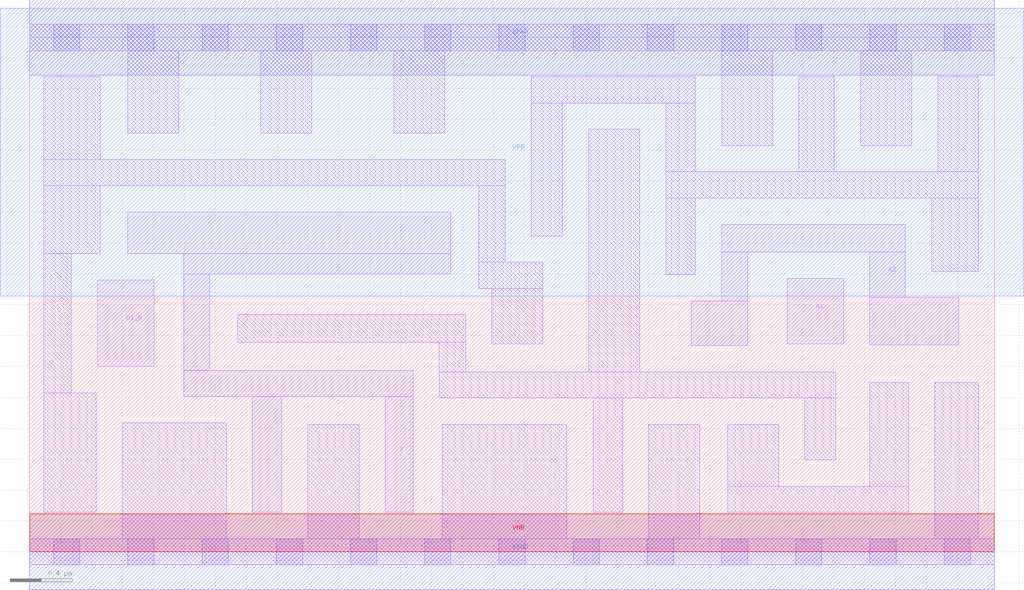
<source format=lef>
# Copyright 2020 The SkyWater PDK Authors
#
# Licensed under the Apache License, Version 2.0 (the "License");
# you may not use this file except in compliance with the License.
# You may obtain a copy of the License at
#
#     https://www.apache.org/licenses/LICENSE-2.0
#
# Unless required by applicable law or agreed to in writing, software
# distributed under the License is distributed on an "AS IS" BASIS,
# WITHOUT WARRANTIES OR CONDITIONS OF ANY KIND, either express or implied.
# See the License for the specific language governing permissions and
# limitations under the License.
#
# SPDX-License-Identifier: Apache-2.0

VERSION 5.7 ;
  NOWIREEXTENSIONATPIN ON ;
  DIVIDERCHAR "/" ;
  BUSBITCHARS "[]" ;
MACRO sky130_fd_sc_lp__a21bo_4
  CLASS CORE ;
  FOREIGN sky130_fd_sc_lp__a21bo_4 ;
  ORIGIN  0.000000  0.000000 ;
  SIZE  6.240000 BY  3.330000 ;
  SYMMETRY X Y R90 ;
  SITE unit ;
  PIN A1
    ANTENNAGATEAREA  0.630000 ;
    DIRECTION INPUT ;
    USE SIGNAL ;
    PORT
      LAYER li1 ;
        RECT 4.900000 1.345000 5.265000 1.770000 ;
    END
  END A1
  PIN A2
    ANTENNAGATEAREA  0.630000 ;
    DIRECTION INPUT ;
    USE SIGNAL ;
    PORT
      LAYER li1 ;
        RECT 4.280000 1.335000 4.645000 1.625000 ;
        RECT 4.475000 1.625000 4.645000 1.940000 ;
        RECT 4.475000 1.940000 5.665000 2.120000 ;
        RECT 5.435000 1.340000 6.010000 1.645000 ;
        RECT 5.435000 1.645000 5.665000 1.940000 ;
    END
  END A2
  PIN B1_N
    ANTENNAGATEAREA  0.315000 ;
    DIRECTION INPUT ;
    USE SIGNAL ;
    PORT
      LAYER li1 ;
        RECT 0.440000 1.200000 0.805000 1.760000 ;
    END
  END B1_N
  PIN X
    ANTENNADIFFAREA  1.184400 ;
    DIRECTION OUTPUT ;
    USE SIGNAL ;
    PORT
      LAYER li1 ;
        RECT 0.635000 1.930000 2.725000 2.200000 ;
        RECT 0.995000 1.005000 2.480000 1.175000 ;
        RECT 0.995000 1.175000 1.165000 1.800000 ;
        RECT 0.995000 1.800000 2.725000 1.930000 ;
        RECT 1.440000 0.255000 1.630000 1.005000 ;
        RECT 2.300000 0.255000 2.480000 1.005000 ;
    END
  END X
  PIN VGND
    DIRECTION INOUT ;
    USE GROUND ;
    PORT
      LAYER met1 ;
        RECT 0.000000 -0.245000 6.240000 0.245000 ;
    END
  END VGND
  PIN VNB
    DIRECTION INOUT ;
    USE GROUND ;
    PORT
      LAYER pwell ;
        RECT 0.000000 0.000000 6.240000 0.245000 ;
    END
  END VNB
  PIN VPB
    DIRECTION INOUT ;
    USE POWER ;
    PORT
      LAYER nwell ;
        RECT -0.190000 1.655000 6.430000 3.520000 ;
    END
  END VPB
  PIN VPWR
    DIRECTION INOUT ;
    USE POWER ;
    PORT
      LAYER met1 ;
        RECT 0.000000 3.085000 6.240000 3.575000 ;
    END
  END VPWR
  OBS
    LAYER li1 ;
      RECT 0.000000 -0.085000 6.240000 0.085000 ;
      RECT 0.000000  3.245000 6.240000 3.415000 ;
      RECT 0.090000  0.255000 0.430000 1.030000 ;
      RECT 0.090000  1.030000 0.270000 1.930000 ;
      RECT 0.090000  1.930000 0.455000 2.370000 ;
      RECT 0.090000  2.370000 3.075000 2.540000 ;
      RECT 0.090000  2.540000 0.455000 3.075000 ;
      RECT 0.600000  0.085000 1.270000 0.835000 ;
      RECT 0.635000  2.710000 0.965000 3.245000 ;
      RECT 1.345000  1.355000 2.820000 1.535000 ;
      RECT 1.495000  2.710000 1.825000 3.245000 ;
      RECT 1.800000  0.085000 2.130000 0.825000 ;
      RECT 2.355000  2.710000 2.685000 3.245000 ;
      RECT 2.650000  0.995000 5.215000 1.165000 ;
      RECT 2.650000  1.165000 2.820000 1.355000 ;
      RECT 2.670000  0.085000 3.475000 0.825000 ;
      RECT 2.905000  1.705000 3.320000 1.875000 ;
      RECT 2.905000  1.875000 3.075000 2.370000 ;
      RECT 2.990000  1.345000 3.320000 1.705000 ;
      RECT 3.245000  2.045000 3.445000 2.905000 ;
      RECT 3.245000  2.905000 4.305000 3.075000 ;
      RECT 3.615000  1.165000 3.945000 2.735000 ;
      RECT 3.645000  0.255000 3.835000 0.995000 ;
      RECT 4.005000  0.085000 4.335000 0.825000 ;
      RECT 4.115000  1.795000 4.305000 2.290000 ;
      RECT 4.115000  2.290000 6.135000 2.460000 ;
      RECT 4.115000  2.460000 4.305000 2.905000 ;
      RECT 4.475000  2.630000 4.805000 3.245000 ;
      RECT 4.515000  0.255000 5.685000 0.425000 ;
      RECT 4.515000  0.425000 4.845000 0.825000 ;
      RECT 4.975000  2.460000 5.205000 3.075000 ;
      RECT 5.015000  0.595000 5.215000 0.995000 ;
      RECT 5.375000  2.630000 5.705000 3.245000 ;
      RECT 5.435000  0.425000 5.685000 1.095000 ;
      RECT 5.835000  1.815000 6.135000 2.290000 ;
      RECT 5.855000  0.085000 6.135000 1.095000 ;
      RECT 5.875000  2.460000 6.135000 3.075000 ;
    LAYER mcon ;
      RECT 0.155000 -0.085000 0.325000 0.085000 ;
      RECT 0.155000  3.245000 0.325000 3.415000 ;
      RECT 0.635000 -0.085000 0.805000 0.085000 ;
      RECT 0.635000  3.245000 0.805000 3.415000 ;
      RECT 1.115000 -0.085000 1.285000 0.085000 ;
      RECT 1.115000  3.245000 1.285000 3.415000 ;
      RECT 1.595000 -0.085000 1.765000 0.085000 ;
      RECT 1.595000  3.245000 1.765000 3.415000 ;
      RECT 2.075000 -0.085000 2.245000 0.085000 ;
      RECT 2.075000  3.245000 2.245000 3.415000 ;
      RECT 2.555000 -0.085000 2.725000 0.085000 ;
      RECT 2.555000  3.245000 2.725000 3.415000 ;
      RECT 3.035000 -0.085000 3.205000 0.085000 ;
      RECT 3.035000  3.245000 3.205000 3.415000 ;
      RECT 3.515000 -0.085000 3.685000 0.085000 ;
      RECT 3.515000  3.245000 3.685000 3.415000 ;
      RECT 3.995000 -0.085000 4.165000 0.085000 ;
      RECT 3.995000  3.245000 4.165000 3.415000 ;
      RECT 4.475000 -0.085000 4.645000 0.085000 ;
      RECT 4.475000  3.245000 4.645000 3.415000 ;
      RECT 4.955000 -0.085000 5.125000 0.085000 ;
      RECT 4.955000  3.245000 5.125000 3.415000 ;
      RECT 5.435000 -0.085000 5.605000 0.085000 ;
      RECT 5.435000  3.245000 5.605000 3.415000 ;
      RECT 5.915000 -0.085000 6.085000 0.085000 ;
      RECT 5.915000  3.245000 6.085000 3.415000 ;
  END
END sky130_fd_sc_lp__a21bo_4
END LIBRARY

</source>
